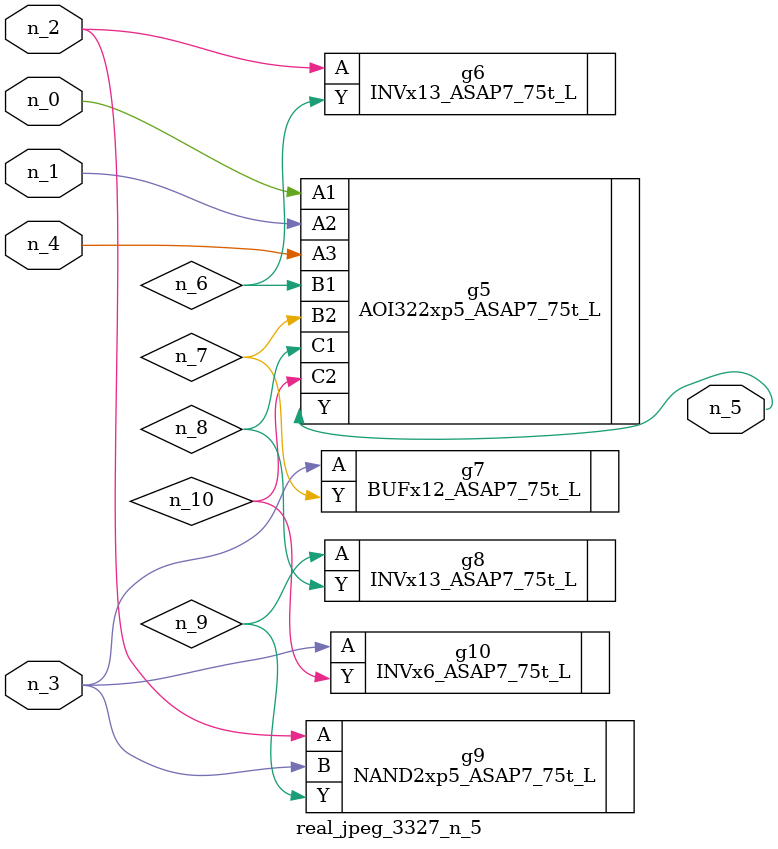
<source format=v>
module real_jpeg_3327_n_5 (n_4, n_0, n_1, n_2, n_3, n_5);

input n_4;
input n_0;
input n_1;
input n_2;
input n_3;

output n_5;

wire n_8;
wire n_6;
wire n_7;
wire n_10;
wire n_9;

AOI322xp5_ASAP7_75t_L g5 ( 
.A1(n_0),
.A2(n_1),
.A3(n_4),
.B1(n_6),
.B2(n_7),
.C1(n_8),
.C2(n_10),
.Y(n_5)
);

INVx13_ASAP7_75t_L g6 ( 
.A(n_2),
.Y(n_6)
);

NAND2xp5_ASAP7_75t_L g9 ( 
.A(n_2),
.B(n_3),
.Y(n_9)
);

BUFx12_ASAP7_75t_L g7 ( 
.A(n_3),
.Y(n_7)
);

INVx6_ASAP7_75t_L g10 ( 
.A(n_3),
.Y(n_10)
);

INVx13_ASAP7_75t_L g8 ( 
.A(n_9),
.Y(n_8)
);


endmodule
</source>
